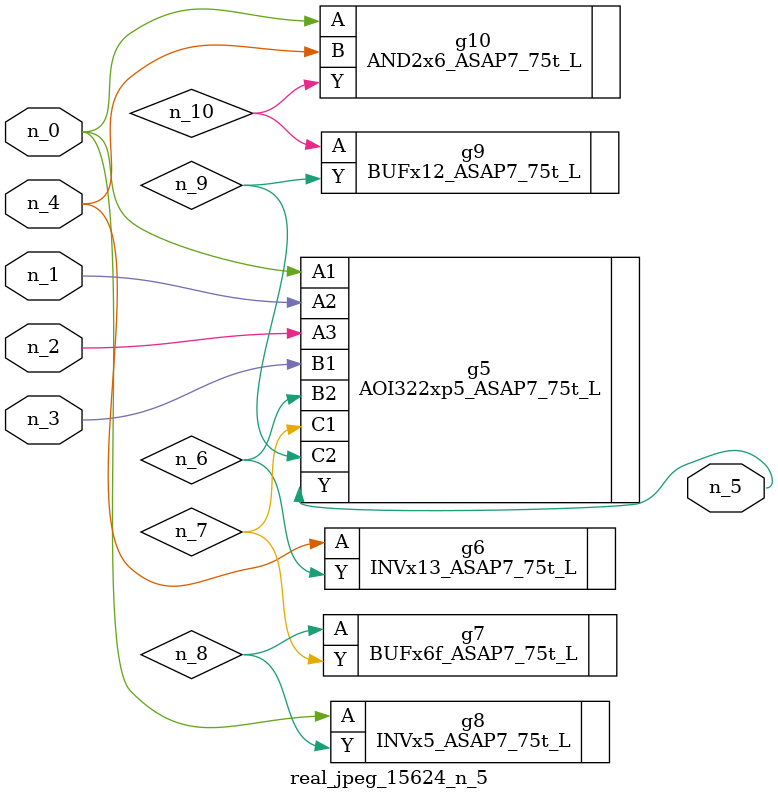
<source format=v>
module real_jpeg_15624_n_5 (n_4, n_0, n_1, n_2, n_3, n_5);

input n_4;
input n_0;
input n_1;
input n_2;
input n_3;

output n_5;

wire n_8;
wire n_6;
wire n_7;
wire n_10;
wire n_9;

AOI322xp5_ASAP7_75t_L g5 ( 
.A1(n_0),
.A2(n_1),
.A3(n_2),
.B1(n_3),
.B2(n_6),
.C1(n_7),
.C2(n_9),
.Y(n_5)
);

INVx5_ASAP7_75t_L g8 ( 
.A(n_0),
.Y(n_8)
);

AND2x6_ASAP7_75t_L g10 ( 
.A(n_0),
.B(n_4),
.Y(n_10)
);

INVx13_ASAP7_75t_L g6 ( 
.A(n_4),
.Y(n_6)
);

BUFx6f_ASAP7_75t_L g7 ( 
.A(n_8),
.Y(n_7)
);

BUFx12_ASAP7_75t_L g9 ( 
.A(n_10),
.Y(n_9)
);


endmodule
</source>
